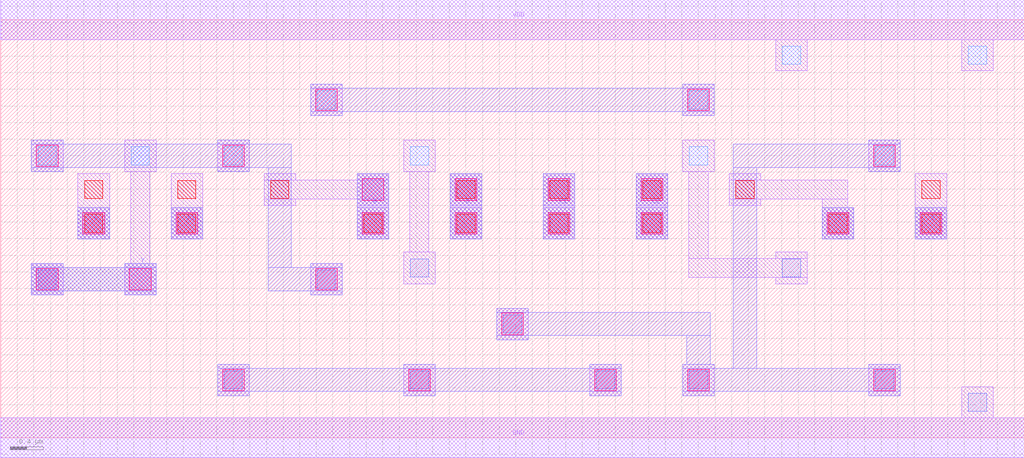
<source format=lef>
MACRO AOOAOAI21311
 CLASS CORE ;
 FOREIGN AOOAOAI21311 0 0 ;
 SIZE 12.32 BY 5.04 ;
 ORIGIN 0 0 ;
 SYMMETRY X Y R90 ;
 SITE unit ;
  PIN VDD
   DIRECTION INOUT ;
   USE POWER ;
   SHAPE ABUTMENT ;
    PORT
     CLASS CORE ;
       LAYER met1 ;
        RECT 0.00000000 4.80000000 12.32000000 5.28000000 ;
    END
  END VDD

  PIN GND
   DIRECTION INOUT ;
   USE POWER ;
   SHAPE ABUTMENT ;
    PORT
     CLASS CORE ;
       LAYER met1 ;
        RECT 0.00000000 -0.24000000 12.32000000 0.24000000 ;
    END
  END GND

  PIN Y
   DIRECTION INOUT ;
   USE SIGNAL ;
   SHAPE ABUTMENT ;
    PORT
     CLASS CORE ;
       LAYER met2 ;
        RECT 0.37000000 1.72200000 0.75000000 1.77200000 ;
        RECT 1.49000000 1.72200000 1.87000000 1.77200000 ;
        RECT 0.37000000 1.77200000 1.87000000 2.05200000 ;
        RECT 0.37000000 2.05200000 0.75000000 2.10200000 ;
        RECT 1.49000000 2.05200000 1.87000000 2.10200000 ;
    END
  END Y

  PIN C2
   DIRECTION INOUT ;
   USE SIGNAL ;
   SHAPE ABUTMENT ;
    PORT
     CLASS CORE ;
       LAYER met2 ;
        RECT 7.65000000 2.39700000 8.03000000 3.18200000 ;
    END
  END C2

  PIN B
   DIRECTION INOUT ;
   USE SIGNAL ;
   SHAPE ABUTMENT ;
    PORT
     CLASS CORE ;
       LAYER met2 ;
        RECT 4.29000000 2.39700000 4.67000000 3.18200000 ;
    END
  END B

  PIN A1
   DIRECTION INOUT ;
   USE SIGNAL ;
   SHAPE ABUTMENT ;
    PORT
     CLASS CORE ;
       LAYER met2 ;
        RECT 2.05000000 2.39700000 2.43000000 2.77700000 ;
    END
  END A1

  PIN C
   DIRECTION INOUT ;
   USE SIGNAL ;
   SHAPE ABUTMENT ;
    PORT
     CLASS CORE ;
       LAYER met2 ;
        RECT 5.41000000 2.39700000 5.79000000 3.18200000 ;
    END
  END C

  PIN C1
   DIRECTION INOUT ;
   USE SIGNAL ;
   SHAPE ABUTMENT ;
    PORT
     CLASS CORE ;
       LAYER met2 ;
        RECT 6.53000000 2.39700000 6.91000000 3.18200000 ;
    END
  END C1

  PIN A
   DIRECTION INOUT ;
   USE SIGNAL ;
   SHAPE ABUTMENT ;
    PORT
     CLASS CORE ;
       LAYER met2 ;
        RECT 0.93000000 2.39700000 1.31000000 2.77700000 ;
    END
  END A

  PIN E
   DIRECTION INOUT ;
   USE SIGNAL ;
   SHAPE ABUTMENT ;
    PORT
     CLASS CORE ;
       LAYER met2 ;
        RECT 11.01000000 2.39700000 11.39000000 2.77700000 ;
    END
  END E

  PIN D
   DIRECTION INOUT ;
   USE SIGNAL ;
   SHAPE ABUTMENT ;
    PORT
     CLASS CORE ;
       LAYER met2 ;
        RECT 9.89000000 2.39700000 10.27000000 2.77700000 ;
    END
  END D

 OBS
    LAYER polycont ;
     RECT 1.01000000 2.47700000 1.23000000 2.69700000 ;
     RECT 2.13000000 2.47700000 2.35000000 2.69700000 ;
     RECT 4.37000000 2.47700000 4.59000000 2.69700000 ;
     RECT 5.49000000 2.47700000 5.71000000 2.69700000 ;
     RECT 6.61000000 2.47700000 6.83000000 2.69700000 ;
     RECT 7.73000000 2.47700000 7.95000000 2.69700000 ;
     RECT 9.97000000 2.47700000 10.19000000 2.69700000 ;
     RECT 11.09000000 2.47700000 11.31000000 2.69700000 ;
     RECT 1.01000000 2.88200000 1.23000000 3.10200000 ;
     RECT 2.13000000 2.88200000 2.35000000 3.10200000 ;
     RECT 3.25000000 2.88200000 3.47000000 3.10200000 ;
     RECT 5.49000000 2.88200000 5.71000000 3.10200000 ;
     RECT 6.61000000 2.88200000 6.83000000 3.10200000 ;
     RECT 7.73000000 2.88200000 7.95000000 3.10200000 ;
     RECT 8.85000000 2.88200000 9.07000000 3.10200000 ;
     RECT 11.09000000 2.88200000 11.31000000 3.10200000 ;

    LAYER pdiffc ;
     RECT 0.45000000 3.28700000 0.67000000 3.50700000 ;
     RECT 1.57000000 3.28700000 1.79000000 3.50700000 ;
     RECT 2.69000000 3.28700000 2.91000000 3.50700000 ;
     RECT 4.93000000 3.28700000 5.15000000 3.50700000 ;
     RECT 8.29000000 3.28700000 8.51000000 3.50700000 ;
     RECT 10.53000000 3.28700000 10.75000000 3.50700000 ;
     RECT 3.81000000 3.96200000 4.03000000 4.18200000 ;
     RECT 8.29000000 3.96200000 8.51000000 4.18200000 ;
     RECT 9.41000000 4.50200000 9.63000000 4.72200000 ;
     RECT 11.65000000 4.50200000 11.87000000 4.72200000 ;

    LAYER ndiffc ;
     RECT 11.65000000 0.31700000 11.87000000 0.53700000 ;
     RECT 2.69000000 0.58700000 2.91000000 0.80700000 ;
     RECT 4.93000000 0.58700000 5.15000000 0.80700000 ;
     RECT 7.17000000 0.58700000 7.39000000 0.80700000 ;
     RECT 8.29000000 0.58700000 8.51000000 0.80700000 ;
     RECT 10.53000000 0.58700000 10.75000000 0.80700000 ;
     RECT 6.05000000 1.26200000 6.27000000 1.48200000 ;
     RECT 0.45000000 1.80200000 0.67000000 2.02200000 ;
     RECT 3.81000000 1.80200000 4.03000000 2.02200000 ;
     RECT 4.93000000 1.93700000 5.15000000 2.15700000 ;
     RECT 9.41000000 1.93700000 9.63000000 2.15700000 ;

    LAYER met1 ;
     RECT 0.00000000 -0.24000000 12.32000000 0.24000000 ;
     RECT 11.57000000 0.24000000 11.95000000 0.61700000 ;
     RECT 2.61000000 0.50700000 2.99000000 0.88700000 ;
     RECT 4.85000000 0.50700000 5.23000000 0.88700000 ;
     RECT 7.09000000 0.50700000 7.47000000 0.88700000 ;
     RECT 8.21000000 0.50700000 8.59000000 0.88700000 ;
     RECT 10.45000000 0.50700000 10.83000000 0.88700000 ;
     RECT 5.97000000 1.18200000 6.35000000 1.56200000 ;
     RECT 0.37000000 1.72200000 0.75000000 2.10200000 ;
     RECT 3.73000000 1.72200000 4.11000000 2.10200000 ;
     RECT 4.29000000 2.39700000 4.67000000 2.77700000 ;
     RECT 5.41000000 2.39700000 5.79000000 2.77700000 ;
     RECT 6.53000000 2.39700000 6.91000000 2.77700000 ;
     RECT 7.65000000 2.39700000 8.03000000 2.77700000 ;
     RECT 0.93000000 2.39700000 1.31000000 3.18200000 ;
     RECT 2.05000000 2.39700000 2.43000000 3.18200000 ;
     RECT 3.17000000 2.80200000 3.55000000 2.87700000 ;
     RECT 4.29000000 2.80200000 4.67000000 2.87700000 ;
     RECT 3.17000000 2.87700000 4.67000000 3.10700000 ;
     RECT 3.17000000 3.10700000 3.55000000 3.18200000 ;
     RECT 4.29000000 3.10700000 4.67000000 3.18200000 ;
     RECT 5.41000000 2.80200000 5.79000000 3.18200000 ;
     RECT 6.53000000 2.80200000 6.91000000 3.18200000 ;
     RECT 7.65000000 2.80200000 8.03000000 3.18200000 ;
     RECT 9.89000000 2.39700000 10.27000000 2.77700000 ;
     RECT 8.77000000 2.80200000 9.15000000 2.87700000 ;
     RECT 9.89000000 2.77700000 10.19500000 2.87700000 ;
     RECT 8.77000000 2.87700000 10.19500000 3.10700000 ;
     RECT 8.77000000 3.10700000 9.15000000 3.18200000 ;
     RECT 11.01000000 2.39700000 11.39000000 3.18200000 ;
     RECT 0.37000000 3.20700000 0.75000000 3.58700000 ;
     RECT 1.49000000 1.72200000 1.87000000 2.10200000 ;
     RECT 1.56500000 2.10200000 1.79500000 3.20700000 ;
     RECT 1.49000000 3.20700000 1.87000000 3.58700000 ;
     RECT 2.61000000 3.20700000 2.99000000 3.58700000 ;
     RECT 4.85000000 1.85700000 5.23000000 2.23700000 ;
     RECT 4.92500000 2.23700000 5.15500000 3.20700000 ;
     RECT 4.85000000 3.20700000 5.23000000 3.58700000 ;
     RECT 9.33000000 1.85700000 9.71000000 1.93200000 ;
     RECT 8.28500000 1.93200000 9.71000000 2.16200000 ;
     RECT 9.33000000 2.16200000 9.71000000 2.23700000 ;
     RECT 8.28500000 2.16200000 8.51500000 3.20700000 ;
     RECT 8.21000000 3.20700000 8.59000000 3.58700000 ;
     RECT 10.45000000 3.20700000 10.83000000 3.58700000 ;
     RECT 3.73000000 3.88200000 4.11000000 4.26200000 ;
     RECT 8.21000000 3.88200000 8.59000000 4.26200000 ;
     RECT 9.33000000 4.42200000 9.71000000 4.80000000 ;
     RECT 11.57000000 4.42200000 11.95000000 4.80000000 ;
     RECT 0.00000000 4.80000000 12.32000000 5.28000000 ;

    LAYER via1 ;
     RECT 2.67000000 0.56700000 2.93000000 0.82700000 ;
     RECT 4.91000000 0.56700000 5.17000000 0.82700000 ;
     RECT 7.15000000 0.56700000 7.41000000 0.82700000 ;
     RECT 8.27000000 0.56700000 8.53000000 0.82700000 ;
     RECT 10.51000000 0.56700000 10.77000000 0.82700000 ;
     RECT 6.03000000 1.24200000 6.29000000 1.50200000 ;
     RECT 0.43000000 1.78200000 0.69000000 2.04200000 ;
     RECT 1.55000000 1.78200000 1.81000000 2.04200000 ;
     RECT 3.79000000 1.78200000 4.05000000 2.04200000 ;
     RECT 0.99000000 2.45700000 1.25000000 2.71700000 ;
     RECT 2.11000000 2.45700000 2.37000000 2.71700000 ;
     RECT 4.35000000 2.45700000 4.61000000 2.71700000 ;
     RECT 5.47000000 2.45700000 5.73000000 2.71700000 ;
     RECT 6.59000000 2.45700000 6.85000000 2.71700000 ;
     RECT 7.71000000 2.45700000 7.97000000 2.71700000 ;
     RECT 9.95000000 2.45700000 10.21000000 2.71700000 ;
     RECT 11.07000000 2.45700000 11.33000000 2.71700000 ;
     RECT 4.35000000 2.86200000 4.61000000 3.12200000 ;
     RECT 5.47000000 2.86200000 5.73000000 3.12200000 ;
     RECT 6.59000000 2.86200000 6.85000000 3.12200000 ;
     RECT 7.71000000 2.86200000 7.97000000 3.12200000 ;
     RECT 0.43000000 3.26700000 0.69000000 3.52700000 ;
     RECT 2.67000000 3.26700000 2.93000000 3.52700000 ;
     RECT 10.51000000 3.26700000 10.77000000 3.52700000 ;
     RECT 3.79000000 3.94200000 4.05000000 4.20200000 ;
     RECT 8.27000000 3.94200000 8.53000000 4.20200000 ;

    LAYER met2 ;
     RECT 2.61000000 0.50700000 2.99000000 0.55700000 ;
     RECT 4.85000000 0.50700000 5.23000000 0.55700000 ;
     RECT 7.09000000 0.50700000 7.47000000 0.55700000 ;
     RECT 2.61000000 0.55700000 7.47000000 0.83700000 ;
     RECT 2.61000000 0.83700000 2.99000000 0.88700000 ;
     RECT 4.85000000 0.83700000 5.23000000 0.88700000 ;
     RECT 7.09000000 0.83700000 7.47000000 0.88700000 ;
     RECT 0.37000000 1.72200000 0.75000000 1.77200000 ;
     RECT 1.49000000 1.72200000 1.87000000 1.77200000 ;
     RECT 0.37000000 1.77200000 1.87000000 2.05200000 ;
     RECT 0.37000000 2.05200000 0.75000000 2.10200000 ;
     RECT 1.49000000 2.05200000 1.87000000 2.10200000 ;
     RECT 0.93000000 2.39700000 1.31000000 2.77700000 ;
     RECT 2.05000000 2.39700000 2.43000000 2.77700000 ;
     RECT 9.89000000 2.39700000 10.27000000 2.77700000 ;
     RECT 11.01000000 2.39700000 11.39000000 2.77700000 ;
     RECT 4.29000000 2.39700000 4.67000000 3.18200000 ;
     RECT 5.41000000 2.39700000 5.79000000 3.18200000 ;
     RECT 6.53000000 2.39700000 6.91000000 3.18200000 ;
     RECT 7.65000000 2.39700000 8.03000000 3.18200000 ;
     RECT 3.73000000 1.72200000 4.11000000 1.77200000 ;
     RECT 3.22000000 1.77200000 4.11000000 2.05200000 ;
     RECT 3.73000000 2.05200000 4.11000000 2.10200000 ;
     RECT 0.37000000 3.20700000 0.75000000 3.25700000 ;
     RECT 2.61000000 3.20700000 2.99000000 3.25700000 ;
     RECT 3.22000000 2.05200000 3.50000000 3.25700000 ;
     RECT 0.37000000 3.25700000 3.50000000 3.53700000 ;
     RECT 0.37000000 3.53700000 0.75000000 3.58700000 ;
     RECT 2.61000000 3.53700000 2.99000000 3.58700000 ;
     RECT 8.21000000 0.50700000 8.59000000 0.55700000 ;
     RECT 10.45000000 0.50700000 10.83000000 0.55700000 ;
     RECT 8.21000000 0.55700000 10.83000000 0.83700000 ;
     RECT 8.21000000 0.83700000 8.59000000 0.88700000 ;
     RECT 10.45000000 0.83700000 10.83000000 0.88700000 ;
     RECT 5.97000000 1.18200000 6.35000000 1.23200000 ;
     RECT 8.26000000 0.88700000 8.54000000 1.23200000 ;
     RECT 5.97000000 1.23200000 8.54000000 1.51200000 ;
     RECT 5.97000000 1.51200000 6.35000000 1.56200000 ;
     RECT 8.82000000 0.83700000 9.10000000 3.25700000 ;
     RECT 10.45000000 3.20700000 10.83000000 3.25700000 ;
     RECT 8.82000000 3.25700000 10.83000000 3.53700000 ;
     RECT 10.45000000 3.53700000 10.83000000 3.58700000 ;
     RECT 3.73000000 3.88200000 4.11000000 3.93200000 ;
     RECT 8.21000000 3.88200000 8.59000000 3.93200000 ;
     RECT 3.73000000 3.93200000 8.59000000 4.21200000 ;
     RECT 3.73000000 4.21200000 4.11000000 4.26200000 ;
     RECT 8.21000000 4.21200000 8.59000000 4.26200000 ;

 END
END AOOAOAI21311

</source>
